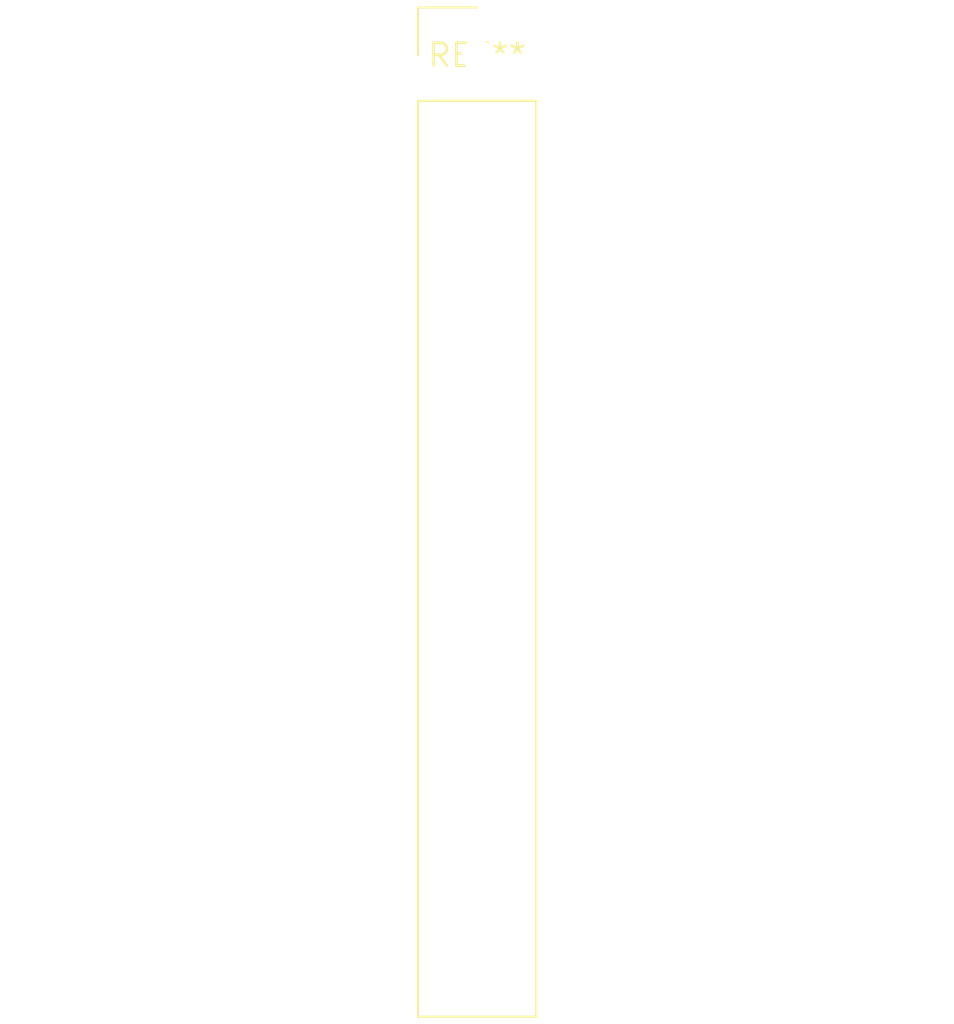
<source format=kicad_pcb>
(kicad_pcb (version 20240108) (generator pcbnew)
  (layers (0 "F.Cu" signal) (31 "B.Cu" signal) (34 "B.Paste" user) (35 "F.Paste" user) (36 "B.SilkS" user "B.Silkscreen") (37 "F.SilkS" user "F.Silkscreen") (38 "B.Mask" user) (39 "F.Mask" user) (44 "Edge.Cuts" user))
  (net 0 "")
  (footprint "Samtec_HPM-11-05-x-S_Straight_1x11_Pitch5.08mm" (layer "F.Cu") (at 0 0)
    (property "Reference" "REF**")
    (property "Value" "Samtec_HPM-11-05-x-S_Straight_1x11_Pitch5.08mm")
    (fp_line (start -3.285 -2.65) (end 0 -2.65) (layer "F.SilkS") (stroke (width 0.12)))
    (fp_line (start -3.285 0) (end -3.285 -2.65) (layer "F.SilkS") (stroke (width 0.12)))
    (fp_line (start -3.285 2.54) (end -3.285 53.45) (layer "F.SilkS") (stroke (width 0.12)))
    (fp_line (start -3.285 2.54) (end 3.285 2.54) (layer "F.SilkS") (stroke (width 0.12)))
    (fp_line (start -3.285 53.45) (end 3.285 53.45) (layer "F.SilkS") (stroke (width 0.12)))
    (fp_line (start 3.285 2.54) (end 3.285 53.45) (layer "F.SilkS") (stroke (width 0.12)))
    (pad "1" thru_hole rect (at 0 0) (size 2.8 2.8) (drill 1.75) (layers *.Cu *.Mask) (remove_unused_layers))
    (pad "2" thru_hole circle (at 0 5.08) (size 2.8 2.8) (drill 1.75) (layers *.Cu *.Mask) (remove_unused_layers))
    (pad "3" thru_hole circle (at 0 10.16) (size 2.8 2.8) (drill 1.75) (layers *.Cu *.Mask) (remove_unused_layers))
    (pad "4" thru_hole circle (at 0 15.24) (size 2.8 2.8) (drill 1.75) (layers *.Cu *.Mask) (remove_unused_layers))
    (pad "5" thru_hole circle (at 0 20.32) (size 2.8 2.8) (drill 1.75) (layers *.Cu *.Mask) (remove_unused_layers))
    (pad "6" thru_hole circle (at 0 25.4) (size 2.8 2.8) (drill 1.75) (layers *.Cu *.Mask) (remove_unused_layers))
    (pad "7" thru_hole circle (at 0 30.48) (size 2.8 2.8) (drill 1.75) (layers *.Cu *.Mask) (remove_unused_layers))
    (pad "8" thru_hole circle (at 0 35.56) (size 2.8 2.8) (drill 1.75) (layers *.Cu *.Mask) (remove_unused_layers))
    (pad "9" thru_hole circle (at 0 40.64) (size 2.8 2.8) (drill 1.75) (layers *.Cu *.Mask) (remove_unused_layers))
    (pad "10" thru_hole circle (at 0 45.72) (size 2.8 2.8) (drill 1.75) (layers *.Cu *.Mask) (remove_unused_layers))
    (pad "11" thru_hole circle (at 0 50.8) (size 2.8 2.8) (drill 1.75) (layers *.Cu *.Mask) (remove_unused_layers))
  )
)
</source>
